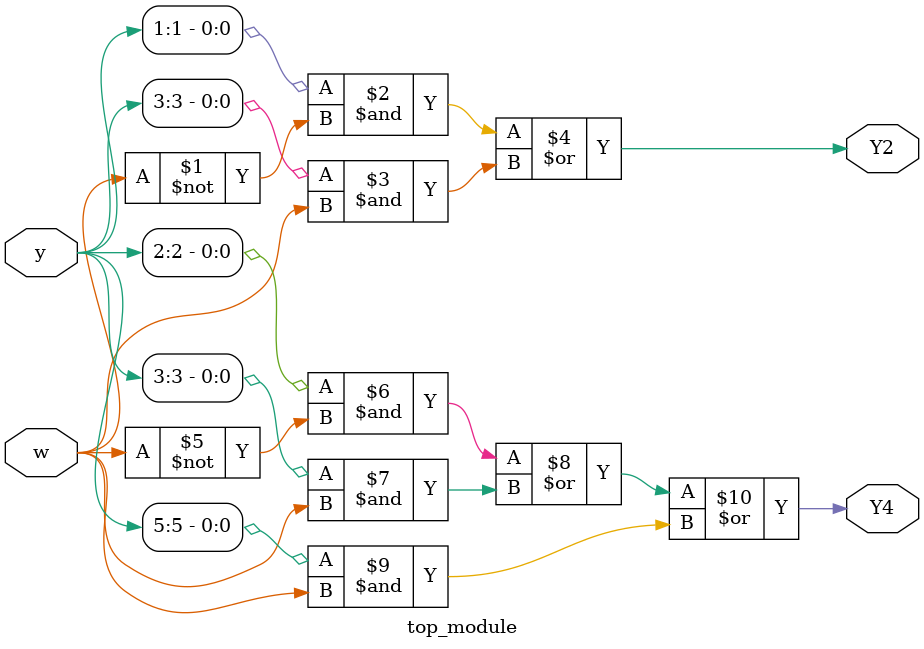
<source format=sv>
module top_module (
    input [6:1] y,
    input w,
    output Y2,
    output Y4
);

// Derive the next-state logic for y[2] and y[4]
assign Y2 = (y[1] & ~w) | (y[3] & w);
assign Y4 = (y[2] & ~w) | (y[3] & w) | (y[5] & w);

endmodule

</source>
